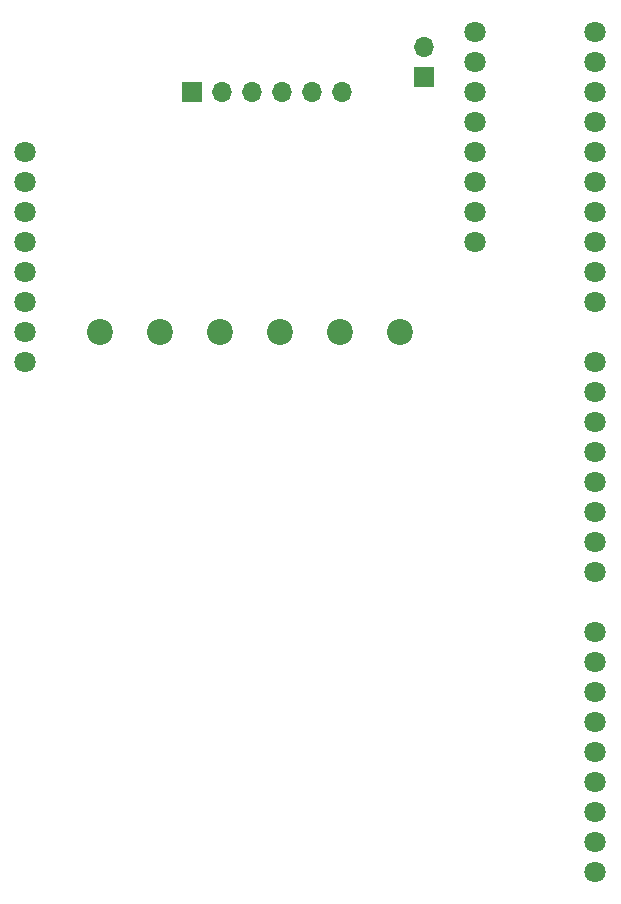
<source format=gbr>
%TF.GenerationSoftware,KiCad,Pcbnew,(6.0.4)*%
%TF.CreationDate,2022-07-05T11:48:25-05:00*%
%TF.ProjectId,nRF52_DK_programmer_shield_v002,6e524635-325f-4444-9b5f-70726f677261,rev?*%
%TF.SameCoordinates,Original*%
%TF.FileFunction,Soldermask,Bot*%
%TF.FilePolarity,Negative*%
%FSLAX46Y46*%
G04 Gerber Fmt 4.6, Leading zero omitted, Abs format (unit mm)*
G04 Created by KiCad (PCBNEW (6.0.4)) date 2022-07-05 11:48:25*
%MOMM*%
%LPD*%
G01*
G04 APERTURE LIST*
%ADD10R,1.700000X1.700000*%
%ADD11O,1.700000X1.700000*%
%ADD12C,1.800000*%
%ADD13C,2.200000*%
G04 APERTURE END LIST*
D10*
%TO.C,J1*%
X155356600Y-56340000D03*
D11*
X155356600Y-53800000D03*
%TD*%
D12*
%TO.C,U1*%
X121600000Y-80490000D03*
X121600000Y-77950000D03*
X121600000Y-75410000D03*
X121600000Y-72870000D03*
X121600000Y-70330000D03*
X121600000Y-67790000D03*
X121600000Y-65250000D03*
X121600000Y-62710000D03*
X159700000Y-70330000D03*
X159700000Y-67790000D03*
X159700000Y-65250000D03*
X159700000Y-62710000D03*
X159700000Y-60170000D03*
X159700000Y-57630000D03*
X159700000Y-55090000D03*
X159700000Y-52550000D03*
X169860000Y-123670000D03*
X169860000Y-121130000D03*
X169860000Y-118590000D03*
X169860000Y-116050000D03*
X169860000Y-113510000D03*
X169860000Y-110970000D03*
X169860000Y-108430000D03*
X169860000Y-105890000D03*
X169860000Y-103350000D03*
X169860000Y-98270000D03*
X169860000Y-95730000D03*
X169860000Y-93190000D03*
X169860000Y-90650000D03*
X169860000Y-88110000D03*
X169860000Y-85570000D03*
X169860000Y-83030000D03*
X169860000Y-80490000D03*
X169860000Y-75410000D03*
X169860000Y-72870000D03*
X169860000Y-70330000D03*
X169860000Y-67790000D03*
X169860000Y-65250000D03*
X169860000Y-62710000D03*
X169860000Y-60170000D03*
X169860000Y-57630000D03*
X169860000Y-55090000D03*
X169860000Y-52550000D03*
%TD*%
D10*
%TO.C,U3*%
X135671600Y-57605000D03*
D11*
X138211600Y-57605000D03*
X140751600Y-57605000D03*
X143291600Y-57605000D03*
X145831600Y-57605000D03*
X148371600Y-57605000D03*
%TD*%
D13*
%TO.C,U2*%
X127950000Y-77950000D03*
X133030000Y-77950000D03*
X138110000Y-77950000D03*
X143190000Y-77950000D03*
X148270000Y-77950000D03*
X153350000Y-77950000D03*
%TD*%
M02*

</source>
